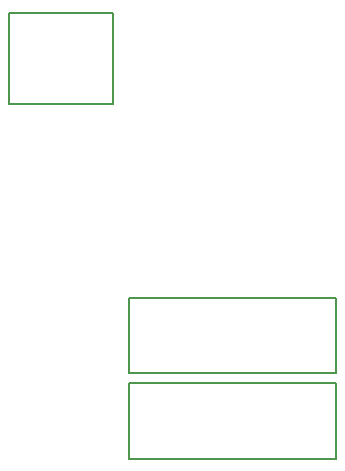
<source format=gbr>
%TF.GenerationSoftware,Altium Limited,Altium Designer,23.3.1 (30)*%
G04 Layer_Color=8388736*
%FSLAX45Y45*%
%MOMM*%
%TF.SameCoordinates,3FCD108A-851F-4062-9BED-621BEB009867*%
%TF.FilePolarity,Positive*%
%TF.FileFunction,Other,Top_3D_Body*%
%TF.Part,Single*%
G01*
G75*
%TA.AperFunction,NonConductor*%
%ADD41C,0.20000*%
D41*
X4490799Y5942000D02*
X4490800Y6712000D01*
X4490799Y5942000D02*
X5370800D01*
Y6712000D01*
X4490800Y6712000D02*
X5370800Y6712000D01*
X5506316Y3576176D02*
X7256316Y3576176D01*
X7256315Y2936175D02*
X7256316Y3576176D01*
X5506316Y2936176D02*
X7256315Y2936175D01*
X5506316Y2936176D02*
Y3576176D01*
X5506316Y3658490D02*
X7256316Y3658491D01*
X5506316Y4298491D02*
X5506316Y3658490D01*
X5506316Y4298491D02*
X7256316D01*
X7256316Y3658491D01*
%TF.MD5,efde352e3d633c835a68c3192a0b0704*%
M02*

</source>
